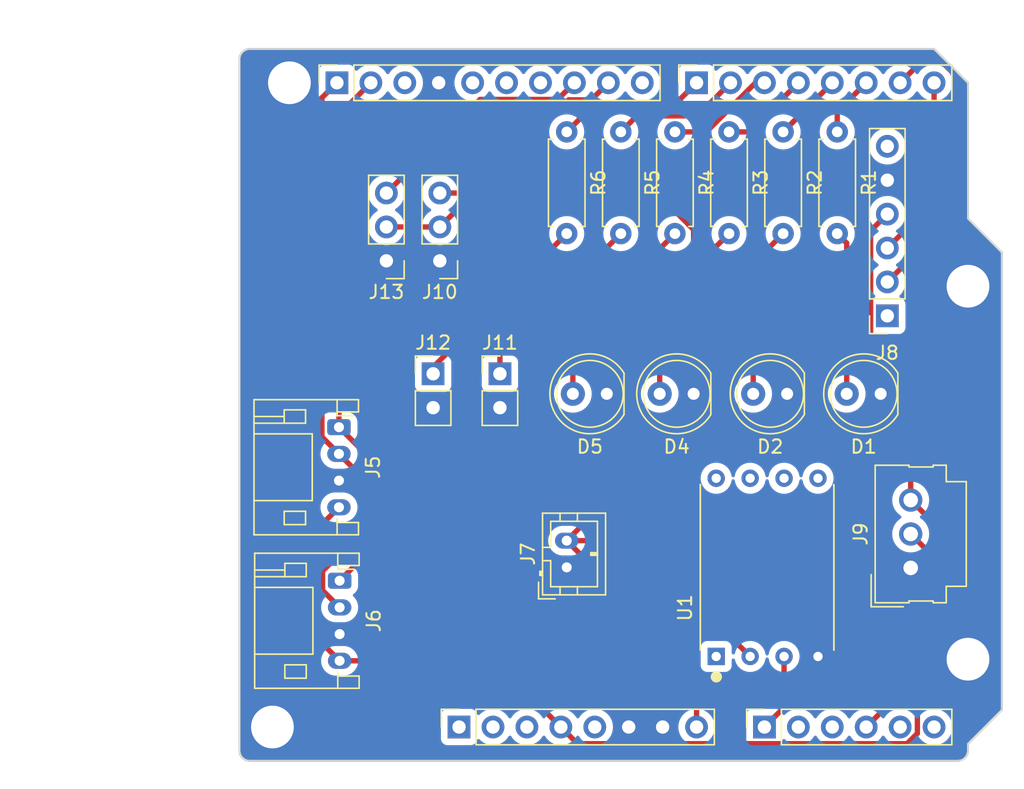
<source format=kicad_pcb>
(kicad_pcb (version 20240108) (generator "pcbnew") (generator_version "8.0")
  (title_block (date "mar. 31 mars 2015"))
  (layers (0 "F.Cu" signal) (31 "B.Cu" signal) (34 "B.Paste" user) (35 "F.Paste" user) (36 "B.SilkS" user "B.Silkscreen") (37 "F.SilkS" user "F.Silkscreen") (38 "B.Mask" user) (39 "F.Mask" user) (44 "Edge.Cuts" user))
  (net 0 "")
  (net 1 "GND")
  (net 3 "+5V")
  (net 4 "/IOREF")
  (net 5 "/A0")
  (net 6 "/A1")
  (net 7 "/A2")
  (net 8 "/A3")
  (net 9 "/SDA{slash}A4")
  (net 10 "/SCL{slash}A5")
  (net 11 "/13")
  (net 12 "/12")
  (net 13 "/AREF")
  (net 14 "/8")
  (net 15 "/7")
  (net 16 "/*11")
  (net 17 "/*10")
  (net 18 "/*9")
  (net 19 "/4")
  (net 20 "/2")
  (net 21 "/*6")
  (net 22 "/*5")
  (net 23 "/TX{slash}1")
  (net 24 "/*3")
  (net 25 "/RX{slash}0")
  (net 26 "+3V3")
  (net 27 "VCC")
  (net 28 "/~{RESET}")
  (net 29 "Net-(D1-A)")
  (net 30 "Net-(D2-A)")
  (net 31 "Net-(D4-A)")
  (net 32 "Net-(D5-A)")
  (net 35 "Net-(J11-Pin_1)")
  (net 36 "Net-(J12-Pin_1)")
  (footprint "Connector_PinSocket_2.54mm:PinSocket_1x08_P2.54mm_Vertical" (layer "F.Cu") (at 127.94 97.46 90)
    (property "Reference" "J1" (hide yes))
    (property "Value" "Power")
    (fp_line (start 1.33 -1.33) (end 1.33 0) (stroke (width 0.12)) (layer "F.SilkS"))
    (fp_line (start 0 -1.33) (end 1.33 -1.33) (stroke (width 0.12)) (layer "F.SilkS"))
    (fp_line (start 1.33 1.27) (end 1.33 19.11) (stroke (width 0.12)) (layer "F.SilkS"))
    (fp_line (start -1.33 1.27) (end 1.33 1.27) (stroke (width 0.12)) (layer "F.SilkS"))
    (fp_line (start -1.33 1.27) (end -1.33 19.11) (stroke (width 0.12)) (layer "F.SilkS"))
    (fp_line (start -1.33 19.11) (end 1.33 19.11) (stroke (width 0.12)) (layer "F.SilkS"))
    (pad "1" thru_hole rect (at 0 0 90) (size 1.7 1.7) (drill 1) (layers "*.Cu" "*.Mask"))
    (pad "2" thru_hole oval (at 0 2.54 90) (size 1.7 1.7) (drill 1) (layers "*.Cu" "*.Mask") (net 4 "/IOREF"))
    (pad "3" thru_hole oval (at 0 5.08 90) (size 1.7 1.7) (drill 1) (layers "*.Cu" "*.Mask") (net 28 "/~{RESET}"))
    (pad "4" thru_hole oval (at 0 7.62 90) (size 1.7 1.7) (drill 1) (layers "*.Cu" "*.Mask") (net 26 "+3V3"))
    (pad "5" thru_hole oval (at 0 10.16 90) (size 1.7 1.7) (drill 1) (layers "*.Cu" "*.Mask") (net 3 "+5V"))
    (pad "6" thru_hole oval (at 0 12.7 90) (size 1.7 1.7) (drill 1) (layers "*.Cu" "*.Mask") (net 1 "GND"))
    (pad "7" thru_hole oval (at 0 15.24 90) (size 1.7 1.7) (drill 1) (layers "*.Cu" "*.Mask") (net 1 "GND"))
    (pad "8" thru_hole oval (at 0 17.78 90) (size 1.7 1.7) (drill 1) (layers "*.Cu" "*.Mask") (net 27 "VCC"))
  )
  (footprint "Connector_PinSocket_2.54mm:PinSocket_1x06_P2.54mm_Vertical" (layer "F.Cu") (at 150.8 97.46 90)
    (property "Reference" "J3" (hide yes))
    (property "Value" "Analog")
    (fp_line (start 1.33 -1.33) (end 1.33 0) (stroke (width 0.12)) (layer "F.SilkS"))
    (fp_line (start 0 -1.33) (end 1.33 -1.33) (stroke (width 0.12)) (layer "F.SilkS"))
    (fp_line (start 1.33 1.27) (end 1.33 14.03) (stroke (width 0.12)) (layer "F.SilkS"))
    (fp_line (start -1.33 1.27) (end 1.33 1.27) (stroke (width 0.12)) (layer "F.SilkS"))
    (fp_line (start -1.33 1.27) (end -1.33 14.03) (stroke (width 0.12)) (layer "F.SilkS"))
    (fp_line (start -1.33 14.03) (end 1.33 14.03) (stroke (width 0.12)) (layer "F.SilkS"))
    (pad "1" thru_hole rect (at 0 0 90) (size 1.7 1.7) (drill 1) (layers "*.Cu" "*.Mask") (net 5 "/A0"))
    (pad "2" thru_hole oval (at 0 2.54 90) (size 1.7 1.7) (drill 1) (layers "*.Cu" "*.Mask") (net 6 "/A1"))
    (pad "3" thru_hole oval (at 0 5.08 90) (size 1.7 1.7) (drill 1) (layers "*.Cu" "*.Mask") (net 7 "/A2"))
    (pad "4" thru_hole oval (at 0 7.62 90) (size 1.7 1.7) (drill 1) (layers "*.Cu" "*.Mask") (net 8 "/A3"))
    (pad "5" thru_hole oval (at 0 10.16 90) (size 1.7 1.7) (drill 1) (layers "*.Cu" "*.Mask") (net 9 "/SDA{slash}A4"))
    (pad "6" thru_hole oval (at 0 12.7 90) (size 1.7 1.7) (drill 1) (layers "*.Cu" "*.Mask") (net 10 "/SCL{slash}A5"))
  )
  (footprint "Connector_PinSocket_2.54mm:PinSocket_1x10_P2.54mm_Vertical" (layer "F.Cu") (at 118.796 49.2 90)
    (property "Reference" "J2" (hide yes))
    (property "Value" "Digital/PWM")
    (fp_line (start 1.33 -1.33) (end 1.33 0) (stroke (width 0.12)) (layer "F.SilkS"))
    (fp_line (start 0 -1.33) (end 1.33 -1.33) (stroke (width 0.12)) (layer "F.SilkS"))
    (fp_line (start 1.33 1.27) (end 1.33 24.19) (stroke (width 0.12)) (layer "F.SilkS"))
    (fp_line (start -1.33 1.27) (end 1.33 1.27) (stroke (width 0.12)) (layer "F.SilkS"))
    (fp_line (start -1.33 1.27) (end -1.33 24.19) (stroke (width 0.12)) (layer "F.SilkS"))
    (fp_line (start -1.33 24.19) (end 1.33 24.19) (stroke (width 0.12)) (layer "F.SilkS"))
    (pad "1" thru_hole rect (at 0 0 90) (size 1.7 1.7) (drill 1) (layers "*.Cu" "*.Mask") (net 10 "/SCL{slash}A5"))
    (pad "2" thru_hole oval (at 0 2.54 90) (size 1.7 1.7) (drill 1) (layers "*.Cu" "*.Mask") (net 9 "/SDA{slash}A4"))
    (pad "3" thru_hole oval (at 0 5.08 90) (size 1.7 1.7) (drill 1) (layers "*.Cu" "*.Mask") (net 13 "/AREF"))
    (pad "4" thru_hole oval (at 0 7.62 90) (size 1.7 1.7) (drill 1) (layers "*.Cu" "*.Mask") (net 1 "GND"))
    (pad "5" thru_hole oval (at 0 10.16 90) (size 1.7 1.7) (drill 1) (layers "*.Cu" "*.Mask") (net 11 "/13"))
    (pad "6" thru_hole oval (at 0 12.7 90) (size 1.7 1.7) (drill 1) (layers "*.Cu" "*.Mask") (net 12 "/12"))
    (pad "7" thru_hole oval (at 0 15.24 90) (size 1.7 1.7) (drill 1) (layers "*.Cu" "*.Mask") (net 16 "/*11"))
    (pad "8" thru_hole oval (at 0 17.78 90) (size 1.7 1.7) (drill 1) (layers "*.Cu" "*.Mask") (net 17 "/*10"))
    (pad "9" thru_hole oval (at 0 20.32 90) (size 1.7 1.7) (drill 1) (layers "*.Cu" "*.Mask") (net 18 "/*9"))
    (pad "10" thru_hole oval (at 0 22.86 90) (size 1.7 1.7) (drill 1) (layers "*.Cu" "*.Mask") (net 14 "/8"))
  )
  (footprint "Connector_PinSocket_2.54mm:PinSocket_1x08_P2.54mm_Vertical" (layer "F.Cu") (at 145.72 49.2 90)
    (property "Reference" "J4" (hide yes))
    (property "Value" "Digital/PWM")
    (fp_line (start 1.33 -1.33) (end 1.33 0) (stroke (width 0.12)) (layer "F.SilkS"))
    (fp_line (start 0 -1.33) (end 1.33 -1.33) (stroke (width 0.12)) (layer "F.SilkS"))
    (fp_line (start 1.33 1.27) (end 1.33 19.11) (stroke (width 0.12)) (layer "F.SilkS"))
    (fp_line (start -1.33 1.27) (end 1.33 1.27) (stroke (width 0.12)) (layer "F.SilkS"))
    (fp_line (start -1.33 1.27) (end -1.33 19.11) (stroke (width 0.12)) (layer "F.SilkS"))
    (fp_line (start -1.33 19.11) (end 1.33 19.11) (stroke (width 0.12)) (layer "F.SilkS"))
    (pad "1" thru_hole rect (at 0 0 90) (size 1.7 1.7) (drill 1) (layers "*.Cu" "*.Mask") (net 15 "/7"))
    (pad "2" thru_hole oval (at 0 2.54 90) (size 1.7 1.7) (drill 1) (layers "*.Cu" "*.Mask") (net 21 "/*6"))
    (pad "3" thru_hole oval (at 0 5.08 90) (size 1.7 1.7) (drill 1) (layers "*.Cu" "*.Mask") (net 22 "/*5"))
    (pad "4" thru_hole oval (at 0 7.62 90) (size 1.7 1.7) (drill 1) (layers "*.Cu" "*.Mask") (net 19 "/4"))
    (pad "5" thru_hole oval (at 0 10.16 90) (size 1.7 1.7) (drill 1) (layers "*.Cu" "*.Mask") (net 24 "/*3"))
    (pad "6" thru_hole oval (at 0 12.7 90) (size 1.7 1.7) (drill 1) (layers "*.Cu" "*.Mask") (net 20 "/2"))
    (pad "7" thru_hole oval (at 0 15.24 90) (size 1.7 1.7) (drill 1) (layers "*.Cu" "*.Mask") (net 23 "/TX{slash}1"))
    (pad "8" thru_hole oval (at 0 17.78 90) (size 1.7 1.7) (drill 1) (layers "*.Cu" "*.Mask") (net 25 "/RX{slash}0"))
  )
  (footprint "Connector_PinHeader_2.54mm:PinHeader_1x03_P2.54mm_Vertical" (layer "F.Cu") (at 122.5 62.54 180)
    (property "Reference" "J13" (at 0 -2.33 180) (layer "F.SilkS"))
    (property "Value" "Conn_01x03")
    (fp_line (start 1.33 1.27) (end 1.33 6.41) (stroke (width 0.12)) (layer "F.SilkS"))
    (fp_line (start -1.33 6.41) (end 1.33 6.41) (stroke (width 0.12)) (layer "F.SilkS"))
    (fp_line (start -1.33 1.27) (end 1.33 1.27) (stroke (width 0.12)) (layer "F.SilkS"))
    (fp_line (start -1.33 1.27) (end -1.33 6.41) (stroke (width 0.12)) (layer "F.SilkS"))
    (fp_line (start -1.33 0) (end -1.33 -1.33) (stroke (width 0.12)) (layer "F.SilkS"))
    (fp_line (start -1.33 -1.33) (end 0 -1.33) (stroke (width 0.12)) (layer "F.SilkS"))
    (pad "1" thru_hole rect (at 0 0 180) (size 1.7 1.7) (drill 1) (layers "*.Cu" "*.Mask") (net 1 "GND"))
    (pad "2" thru_hole oval (at 0 2.54 180) (size 1.7 1.7) (drill 1) (layers "*.Cu" "*.Mask") (net 27 "VCC"))
    (pad "3" thru_hole oval (at 0 5.08 180) (size 1.7 1.7) (drill 1) (layers "*.Cu" "*.Mask") (net 17 "/*10"))
  )
  (footprint "LED_THT:LED_D5.0mm" (layer "F.Cu") (at 139 72.5 180)
    (property "Reference" "D5" (at 1.27 -3.96 180) (layer "F.SilkS"))
    (property "Value" "LED")
    (fp_line (start -1.29 -1.545) (end -1.29 1.545) (stroke (width 0.12)) (layer "F.SilkS"))
    (fp_arc (start 4.26 -0.000462) (mid 2.072002 2.880433) (end -1.29 1.54483) (stroke (width 0.12)) (layer "F.SilkS"))
    (fp_arc (start -1.29 -1.54483) (mid 2.072002 -2.880433) (end 4.26 0.000462) (stroke (width 0.12)) (layer "F.SilkS"))
    (fp_circle (center 1.27 0) (end 3.77 0) (stroke (width 0.12)) (fill none) (layer "F.SilkS"))
    (pad "1" thru_hole rect (at 0 0 180) (size 1.8 1.8) (drill 0.9) (layers "*.Cu" "*.Mask") (net 1 "GND"))
    (pad "2" thru_hole circle (at 2.54 0 180) (size 1.8 1.8) (drill 0.9) (layers "*.Cu" "*.Mask") (net 32 "Net-(D5-A)"))
  )
  (footprint "Resistor_THT:R_Axial_DIN0207_L6.3mm_D2.5mm_P7.62mm_Horizontal" (layer "F.Cu") (at 152.2 52.88 -90)
    (property "Reference" "R2" (at 3.81 -2.37 90) (layer "F.SilkS"))
    (property "Value" "220R")
    (fp_line (start 0.54 1.37) (end 7.08 1.37) (stroke (width 0.12)) (layer "F.SilkS"))
    (fp_line (start 7.08 1.37) (end 7.08 1.04) (stroke (width 0.12)) (layer "F.SilkS"))
    (fp_line (start 0.54 1.04) (end 0.54 1.37) (stroke (width 0.12)) (layer "F.SilkS"))
    (fp_line (start 0.54 -1.04) (end 0.54 -1.37) (stroke (width 0.12)) (layer "F.SilkS"))
    (fp_line (start 0.54 -1.37) (end 7.08 -1.37) (stroke (width 0.12)) (layer "F.SilkS"))
    (fp_line (start 7.08 -1.37) (end 7.08 -1.04) (stroke (width 0.12)) (layer "F.SilkS"))
    (pad "1" thru_hole circle (at 0 0 270) (size 1.6 1.6) (drill 0.8) (layers "*.Cu" "*.Mask") (net 24 "/*3"))
    (pad "2" thru_hole oval (at 7.62 0 270) (size 1.6 1.6) (drill 0.8) (layers "*.Cu" "*.Mask") (net 30 "Net-(D2-A)"))
  )
  (footprint "libs:XDCR_SSCDANN150PGAA5" (layer "F.Cu") (at 151 85.5 90)
    (property "Reference" "U1" (at -3.028515 -6.142105 -90) (layer "F.SilkS") (effects (font (size 1.001157 1.001157))))
    (property "Value" "SSCDANN150PGAA5")
    (fp_line (start -6.2 -5) (end 6.2 -5) (stroke (width 0.127)) (layer "F.SilkS"))
    (fp_line (start 6.2 5) (end -6.2 5) (stroke (width 0.127)) (layer "F.SilkS"))
    (fp_circle (center -8.2 -3.9) (end -8.1 -3.9) (stroke (width 0.127)) (fill none) (layer "F.SilkS"))
    (fp_circle (center -8.2 -3.8) (end -7.839447 -3.8) (stroke (width 0.127)) (fill none) (layer "F.SilkS"))
    (fp_circle (center -8.2 -3.8) (end -7.917159 -3.8) (stroke (width 0.127)) (fill none) (layer "F.SilkS"))
    (fp_circle (center -8.2 -3.8) (end -7.976394 -3.8) (stroke (width 0.127)) (fill none) (layer "F.SilkS"))
    (fp_circle (center -8.2 -3.8) (end -8.058581 -3.8) (stroke (width 0.127)) (fill none) (layer "F.SilkS"))
    (fp_circle (center -8.3 -3.8) (end -8.2 -3.8) (stroke (width 0.127)) (fill none) (layer "F.SilkS"))
    (fp_circle (center -8.2 -3.7) (end -8.1 -3.7) (stroke (width 0.127)) (fill none) (layer "F.SilkS"))
    (pad "1" thru_hole rect (at -6.675 -3.81 90) (size 1.3 1.3) (drill 0.7) (layers "*.Cu" "*.Mask"))
    (pad "2" thru_hole circle (at -6.675 -1.27 90) (size 1.3 1.3) (drill 0.7) (layers "*.Cu" "*.Mask") (net 27 "VCC"))
    (pad "3" thru_hole circle (at -6.675 1.27 90) (size 1.3 1.3) (drill 0.7) (layers "*.Cu" "*.Mask") (net 5 "/A0"))
    (pad "4" thru_hole circle (at -6.675 3.81 90) (size 1.3 1.3) (drill 0.7) (layers "*.Cu" "*.Mask") (net 1 "GND"))
    (pad "5" thru_hole circle (at 6.675 3.81 90) (size 1.3 1.3) (drill 0.7) (layers "*.Cu" "*.Mask"))
    (pad "6" thru_hole circle (at 6.675 1.27 90) (size 1.3 1.3) (drill 0.7) (layers "*.Cu" "*.Mask"))
    (pad "7" thru_hole circle (at 6.675 -1.27 90) (size 1.3 1.3) (drill 0.7) (layers "*.Cu" "*.Mask"))
    (pad "8" thru_hole circle (at 6.675 -3.81 90) (size 1.3 1.3) (drill 0.7) (layers "*.Cu" "*.Mask"))
  )
  (footprint "Resistor_THT:R_Axial_DIN0207_L6.3mm_D2.5mm_P7.62mm_Horizontal" (layer "F.Cu") (at 148.15 52.88 -90)
    (property "Reference" "R3" (at 3.81 -2.37 90) (layer "F.SilkS"))
    (property "Value" "220R")
    (fp_line (start 0.54 1.37) (end 7.08 1.37) (stroke (width 0.12)) (layer "F.SilkS"))
    (fp_line (start 7.08 1.37) (end 7.08 1.04) (stroke (width 0.12)) (layer "F.SilkS"))
    (fp_line (start 0.54 1.04) (end 0.54 1.37) (stroke (width 0.12)) (layer "F.SilkS"))
    (fp_line (start 0.54 -1.04) (end 0.54 -1.37) (stroke (width 0.12)) (layer "F.SilkS"))
    (fp_line (start 0.54 -1.37) (end 7.08 -1.37) (stroke (width 0.12)) (layer "F.SilkS"))
    (fp_line (start 7.08 -1.37) (end 7.08 -1.04) (stroke (width 0.12)) (layer "F.SilkS"))
    (pad "1" thru_hole circle (at 0 0 270) (size 1.6 1.6) (drill 0.8) (layers "*.Cu" "*.Mask") (net 19 "/4"))
    (pad "2" thru_hole oval (at 7.62 0 270) (size 1.6 1.6) (drill 0.8) (layers "*.Cu" "*.Mask") (net 31 "Net-(D4-A)"))
  )
  (footprint "Connector_PinHeader_2.54mm:PinHeader_1x03_P2.54mm_Vertical" (layer "F.Cu") (at 126.5 62.54 180)
    (property "Reference" "J10" (at 0 -2.33 180) (layer "F.SilkS"))
    (property "Value" "Conn_01x03")
    (fp_line (start 1.33 1.27) (end 1.33 6.41) (stroke (width 0.12)) (layer "F.SilkS"))
    (fp_line (start -1.33 6.41) (end 1.33 6.41) (stroke (width 0.12)) (layer "F.SilkS"))
    (fp_line (start -1.33 1.27) (end 1.33 1.27) (stroke (width 0.12)) (layer "F.SilkS"))
    (fp_line (start -1.33 1.27) (end -1.33 6.41) (stroke (width 0.12)) (layer "F.SilkS"))
    (fp_line (start -1.33 0) (end -1.33 -1.33) (stroke (width 0.12)) (layer "F.SilkS"))
    (fp_line (start -1.33 -1.33) (end 0 -1.33) (stroke (width 0.12)) (layer "F.SilkS"))
    (pad "1" thru_hole rect (at 0 0 180) (size 1.7 1.7) (drill 1) (layers "*.Cu" "*.Mask") (net 1 "GND"))
    (pad "2" thru_hole oval (at 0 2.54 180) (size 1.7 1.7) (drill 1) (layers "*.Cu" "*.Mask") (net 27 "VCC"))
    (pad "3" thru_hole oval (at 0 5.08 180) (size 1.7 1.7) (drill 1) (layers "*.Cu" "*.Mask") (net 18 "/*9"))
  )
  (footprint "LED_THT:LED_D5.0mm" (layer "F.Cu") (at 145.5 72.5 180)
    (property "Reference" "D4" (at 1.27 -3.96 180) (layer "F.SilkS"))
    (property "Value" "LED")
    (fp_line (start -1.29 -1.545) (end -1.29 1.545) (stroke (width 0.12)) (layer "F.SilkS"))
    (fp_arc (start 4.26 -0.000462) (mid 2.072002 2.880433) (end -1.29 1.54483) (stroke (width 0.12)) (layer "F.SilkS"))
    (fp_arc (start -1.29 -1.54483) (mid 2.072002 -2.880433) (end 4.26 0.000462) (stroke (width 0.12)) (layer "F.SilkS"))
    (fp_circle (center 1.27 0) (end 3.77 0) (stroke (width 0.12)) (fill none) (layer "F.SilkS"))
    (pad "1" thru_hole rect (at 0 0 180) (size 1.8 1.8) (drill 0.9) (layers "*.Cu" "*.Mask") (net 1 "GND"))
    (pad "2" thru_hole circle (at 2.54 0 180) (size 1.8 1.8) (drill 0.9) (layers "*.Cu" "*.Mask") (net 31 "Net-(D4-A)"))
  )
  (footprint "LED_THT:LED_D5.0mm" (layer "F.Cu") (at 159.5 72.5 180)
    (property "Reference" "D1" (at 1.27 -3.96 180) (layer "F.SilkS"))
    (property "Value" "LED")
    (fp_line (start -1.29 -1.545) (end -1.29 1.545) (stroke (width 0.12)) (layer "F.SilkS"))
    (fp_arc (start 4.26 -0.000462) (mid 2.072002 2.880433) (end -1.29 1.54483) (stroke (width 0.12)) (layer "F.SilkS"))
    (fp_arc (start -1.29 -1.54483) (mid 2.072002 -2.880433) (end 4.26 0.000462) (stroke (width 0.12)) (layer "F.SilkS"))
    (fp_circle (center 1.27 0) (end 3.77 0) (stroke (width 0.12)) (fill none) (layer "F.SilkS"))
    (pad "1" thru_hole rect (at 0 0 180) (size 1.8 1.8) (drill 0.9) (layers "*.Cu" "*.Mask") (net 1 "GND"))
    (pad "2" thru_hole circle (at 2.54 0 180) (size 1.8 1.8) (drill 0.9) (layers "*.Cu" "*.Mask") (net 29 "Net-(D1-A)"))
  )
  (footprint "LED_THT:LED_D5.0mm" (layer "F.Cu") (at 152.5 72.5 180)
    (property "Reference" "D2" (at 1.27 -3.96 180) (layer "F.SilkS"))
    (property "Value" "LED")
    (fp_line (start -1.29 -1.545) (end -1.29 1.545) (stroke (width 0.12)) (layer "F.SilkS"))
    (fp_arc (start 4.26 -0.000462) (mid 2.072002 2.880433) (end -1.29 1.54483) (stroke (width 0.12)) (layer "F.SilkS"))
    (fp_arc (start -1.29 -1.54483) (mid 2.072002 -2.880433) (end 4.26 0.000462) (stroke (width 0.12)) (layer "F.SilkS"))
    (fp_circle (center 1.27 0) (end 3.77 0) (stroke (width 0.12)) (fill none) (layer "F.SilkS"))
    (pad "1" thru_hole rect (at 0 0 180) (size 1.8 1.8) (drill 0.9) (layers "*.Cu" "*.Mask") (net 1 "GND"))
    (pad "2" thru_hole circle (at 2.54 0 180) (size 1.8 1.8) (drill 0.9) (layers "*.Cu" "*.Mask") (net 30 "Net-(D2-A)"))
  )
  (footprint "Connector_PinSocket_2.54mm:PinSocket_1x06_P2.54mm_Vertical" (layer "F.Cu") (at 160 66.66 180)
    (property "Reference" "J8" (at 0 -2.77 180) (layer "F.SilkS"))
    (property "Value" "Conn_01x06")
    (fp_line (start 1.33 1.27) (end 1.33 14.03) (stroke (width 0.12)) (layer "F.SilkS"))
    (fp_line (start 1.33 -1.33) (end 1.33 0) (stroke (width 0.12)) (layer "F.SilkS"))
    (fp_line (start 0 -1.33) (end 1.33 -1.33) (stroke (width 0.12)) (layer "F.SilkS"))
    (fp_line (start -1.33 14.03) (end 1.33 14.03) (stroke (width 0.12)) (layer "F.SilkS"))
    (fp_line (start -1.33 1.27) (end 1.33 1.27) (stroke (width 0.12)) (layer "F.SilkS"))
    (fp_line (start -1.33 1.27) (end -1.33 14.03) (stroke (width 0.12)) (layer "F.SilkS"))
    (pad "1" thru_hole rect (at 0 0 180) (size 1.7 1.7) (drill 1) (layers "*.Cu" "*.Mask"))
    (pad "2" thru_hole oval (at 0 2.54 180) (size 1.7 1.7) (drill 1) (layers "*.Cu" "*.Mask") (net 23 "/TX{slash}1"))
    (pad "3" thru_hole oval (at 0 5.08 180) (size 1.7 1.7) (drill 1) (layers "*.Cu" "*.Mask") (net 25 "/RX{slash}0"))
    (pad "4" thru_hole oval (at 0 7.62 180) (size 1.7 1.7) (drill 1) (layers "*.Cu" "*.Mask") (net 26 "+3V3"))
    (pad "5" thru_hole oval (at 0 10.16 180) (size 1.7 1.7) (drill 1) (layers "*.Cu" "*.Mask") (net 1 "GND"))
    (pad "6" thru_hole oval (at 0 12.7 180) (size 1.7 1.7) (drill 1) (layers "*.Cu" "*.Mask"))
  )
  (footprint "Arduino_MountingHole:MountingHole_3.2mm" (layer "F.Cu") (at 115.24 49.2)
    (property "Reference" "MH1" (hide yes))
    (property "Value" "MountingHole_3.2mm" (hide yes))
    (pad "" np_thru_hole circle (at 0 0) (size 3.2 3.2) (drill 3.2) (layers "*.Cu" "*.Mask"))
  )
  (footprint "Connector_JST:JST_PH_S4B-PH-K_1x04_P2.00mm_Horizontal" (layer "F.Cu") (at 119 86.5 -90)
    (property "Reference" "J6" (at 3 -2.55 90) (layer "F.SilkS"))
    (property "Value" "Conn_01x04")
    (fp_line (start -2.06 6.36) (end 8.06 6.36) (stroke (width 0.12)) (layer "F.SilkS"))
    (fp_line (start 0.5 6.36) (end 0.5 2) (stroke (width 0.12)) (layer "F.SilkS"))
    (fp_line (start 8.06 6.36) (end 8.06 -1.46) (stroke (width 0.12)) (layer "F.SilkS"))
    (fp_line (start -1.3 4.1) (end -0.3 4.1) (stroke (width 0.12)) (layer "F.SilkS"))
    (fp_line (start -0.8 4.1) (end -0.8 6.36) (stroke (width 0.12)) (layer "F.SilkS"))
    (fp_line (start -0.3 4.1) (end -0.3 6.36) (stroke (width 0.12)) (layer "F.SilkS"))
    (fp_line (start -0.3 4.1) (end -0.3 2.5) (stroke (width 0.12)) (layer "F.SilkS"))
    (fp_line (start 6.3 4.1) (end 6.3 2.5) (stroke (width 0.12)) (layer "F.SilkS"))
    (fp_line (start 7.3 4.1) (end 6.3 4.1) (stroke (width 0.12)) (layer "F.SilkS"))
    (fp_line (start -1.3 2.5) (end -1.3 4.1) (stroke (width 0.12)) (layer "F.SilkS"))
    (fp_line (start -0.3 2.5) (end -1.3 2.5) (stroke (width 0.12)) (layer "F.SilkS"))
    (fp_line (start 6.3 2.5) (end 7.3 2.5) (stroke (width 0.12)) (layer "F.SilkS"))
    (fp_line (start 7.3 2.5) (end 7.3 4.1) (stroke (width 0.12)) (layer "F.SilkS"))
    (fp_line (start 0.5 2) (end 5.5 2) (stroke (width 0.12)) (layer "F.SilkS"))
    (fp_line (start 5.5 2) (end 5.5 6.36) (stroke (width 0.12)) (layer "F.SilkS"))
    (fp_line (start -2.06 0.14) (end -1.14 0.14) (stroke (width 0.12)) (layer "F.SilkS"))
    (fp_line (start -1.14 0.14) (end -1.14 -1.46) (stroke (width 0.12)) (layer "F.SilkS"))
    (fp_line (start -0.86 0.14) (end -1.14 0.14) (stroke (width 0.12)) (layer "F.SilkS"))
    (fp_line (start -0.86 0.14) (end -0.86 -1.075) (stroke (width 0.12)) (layer "F.SilkS"))
    (fp_line (start 7.14 0.14) (end 6.86 0.14) (stroke (width 0.12)) (layer "F.SilkS"))
    (fp_line (start 8.06 0.14) (end 7.14 0.14) (stroke (width 0.12)) (layer "F.SilkS"))
    (fp_line (start -2.06 -1.46) (end -2.06 6.36) (stroke (width 0.12)) (layer "F.SilkS"))
    (fp_line (start -1.14 -1.46) (end -2.06 -1.46) (stroke (width 0.12)) (layer "F.SilkS"))
    (fp_line (start 7.14 -1.46) (end 7.14 0.14) (stroke (width 0.12)) (layer "F.SilkS"))
    (fp_line (start 8.06 -1.46) (end 7.14 -1.46) (stroke (width 0.12)) (layer "F.SilkS"))
    (pad "1" thru_hole roundrect (at 0 0 270) (size 1.2 1.75) (drill 0.75) (layers "*.Cu" "*.Mask") (roundrect_rratio 0.2083333333) (net 9 "/SDA{slash}A4"))
    (pad "2" thru_hole oval (at 2 0 270) (size 1.2 1.75) (drill 0.75) (layers "*.Cu" "*.Mask") (net 10 "/SCL{slash}A5"))
    (pad "3" thru_hole oval (at 4 0 270) (size 1.2 1.75) (drill 0.75) (layers "*.Cu" "*.Mask") (net 1 "GND"))
    (pad "4" thru_hole oval (at 6 0 270) (size 1.2 1.75) (drill 0.75) (layers "*.Cu" "*.Mask") (net 26 "+3V3"))
  )
  (footprint "Resistor_THT:R_Axial_DIN0207_L6.3mm_D2.5mm_P7.62mm_Horizontal" (layer "F.Cu") (at 144.1 52.88 -90)
    (property "Reference" "R4" (at 3.81 -2.37 90) (layer "F.SilkS"))
    (property "Value" "220R")
    (fp_line (start 0.54 1.37) (end 7.08 1.37) (stroke (width 0.12)) (layer "F.SilkS"))
    (fp_line (start 7.08 1.37) (end 7.08 1.04) (stroke (width 0.12)) (layer "F.SilkS"))
    (fp_line (start 0.54 1.04) (end 0.54 1.37) (stroke (width 0.12)) (layer "F.SilkS"))
    (fp_line (start 0.54 -1.04) (end 0.54 -1.37) (stroke (width 0.12)) (layer "F.SilkS"))
    (fp_line (start 0.54 -1.37) (end 7.08 -1.37) (stroke (width 0.12)) (layer "F.SilkS"))
    (fp_line (start 7.08 -1.37) (end 7.08 -1.04) (stroke (width 0.12)) (layer "F.SilkS"))
    (pad "1" thru_hole circle (at 0 0 270) (size 1.6 1.6) (drill 0.8) (layers "*.Cu" "*.Mask") (net 22 "/*5"))
    (pad "2" thru_hole oval (at 7.62 0 270) (size 1.6 1.6) (drill 0.8) (layers "*.Cu" "*.Mask") (net 32 "Net-(D5-A)"))
  )
  (footprint "Connector_PinHeader_2.54mm:PinHeader_1x02_P2.54mm_Vertical" (layer "F.Cu") (at 126 71)
    (property "Reference" "J12" (at 0 -2.33 0) (layer "F.SilkS"))
    (property "Value" "Conn_01x02")
    (fp_line (start -1.33 -1.33) (end 0 -1.33) (stroke (width 0.12)) (layer "F.SilkS"))
    (fp_line (start -1.33 0) (end -1.33 -1.33) (stroke (width 0.12)) (layer "F.SilkS"))
    (fp_line (start -1.33 1.27) (end -1.33 3.87) (stroke (width 0.12)) (layer "F.SilkS"))
    (fp_line (start -1.33 1.27) (end 1.33 1.27) (stroke (width 0.12)) (layer "F.SilkS"))
    (fp_line (start -1.33 3.87) (end 1.33 3.87) (stroke (width 0.12)) (layer "F.SilkS"))
    (fp_line (start 1.33 1.27) (end 1.33 3.87) (stroke (width 0.12)) (layer "F.SilkS"))
    (pad "1" thru_hole rect (at 0 0) (size 1.7 1.7) (drill 1) (layers "*.Cu" "*.Mask") (net 36 "Net-(J12-Pin_1)"))
    (pad "2" thru_hole oval (at 0 2.54) (size 1.7 1.7) (drill 1) (layers "*.Cu" "*.Mask") (net 1 "GND"))
  )
  (footprint "Resistor_THT:R_Axial_DIN0207_L6.3mm_D2.5mm_P7.62mm_Horizontal" (layer "F.Cu") (at 140.05 52.88 -90)
    (property "Reference" "R5" (at 3.81 -2.37 90) (layer "F.SilkS"))
    (property "Value" "220R")
    (fp_line (start 0.54 1.37) (end 7.08 1.37) (stroke (width 0.12)) (layer "F.SilkS"))
    (fp_line (start 7.08 1.37) (end 7.08 1.04) (stroke (width 0.12)) (layer "F.SilkS"))
    (fp_line (start 0.54 1.04) (end 0.54 1.37) (stroke (width 0.12)) (layer "F.SilkS"))
    (fp_line (start 0.54 -1.04) (end 0.54 -1.37) (stroke (width 0.12)) (layer "F.SilkS"))
    (fp_line (start 0.54 -1.37) (end 7.08 -1.37) (stroke (width 0.12)) (layer "F.SilkS"))
    (fp_line (start 7.08 -1.37) (end 7.08 -1.04) (stroke (width 0.12)) (layer "F.SilkS"))
    (pad "1" thru_hole circle (at 0 0 270) (size 1.6 1.6) (drill 0.8) (layers "*.Cu" "*.Mask") (net 21 "/*6"))
    (pad "2" thru_hole oval (at 7.62 0 270) (size 1.6 1.6) (drill 0.8) (layers "*.Cu" "*.Mask") (net 35 "Net-(J11-Pin_1)"))
  )
  (footprint "Connector_JST:JST_PH_B2B-PH-K_1x02_P2.00mm_Vertical" (layer "F.Cu") (at 136 85.5 90)
    (property "Reference" "J7" (at 1 -2.9 270) (layer "F.SilkS"))
    (property "Value" "Conn_01x02")
    (fp_line (start -1.11 -2.11) (end -2.36 -2.11) (stroke (width 0.12)) (layer "F.SilkS"))
    (fp_line (start -2.36 -2.11) (end -2.36 -0.86) (stroke (width 0.12)) (layer "F.SilkS"))
    (fp_line (start -0.3 -2.01) (end -0.6 -2.01) (stroke (width 0.12)) (layer "F.SilkS"))
    (fp_line (start -0.6 -2.01) (end -0.6 -1.81) (stroke (width 0.12)) (layer "F.SilkS"))
    (fp_line (start -0.3 -1.91) (end -0.6 -1.91) (stroke (width 0.12)) (layer "F.SilkS"))
    (fp_line (start 4.06 -1.81) (end -2.06 -1.81) (stroke (width 0.12)) (layer "F.SilkS"))
    (fp_line (start 0.5 -1.81) (end 0.5 -1.2) (stroke (width 0.12)) (layer "F.SilkS"))
    (fp_line (start -0.3 -1.81) (end -0.3 -2.01) (stroke (width 0.12)) (layer "F.SilkS"))
    (fp_line (start -2.06 -1.81) (end -2.06 2.91) (stroke (width 0.12)) (layer "F.SilkS"))
    (fp_line (start 3.45 -1.2) (end 1.5 -1.2) (stroke (width 0.12)) (layer "F.SilkS"))
    (fp_line (start 1.5 -1.2) (end 1.5 -1.81) (stroke (width 0.12)) (layer "F.SilkS"))
    (fp_line (start 0.5 -1.2) (end -1.45 -1.2) (stroke (width 0.12)) (layer "F.SilkS"))
    (fp_line (start -1.45 -1.2) (end -1.45 2.3) (stroke (width 0.12)) (layer "F.SilkS"))
    (fp_line (start 4.06 -0.5) (end 3.45 -0.5) (stroke (width 0.12)) (layer "F.SilkS"))
    (fp_line (start -2.06 -0.5) (end -1.45 -0.5) (stroke (width 0.12)) (layer "F.SilkS"))
    (fp_line (start 4.06 0.8) (end 3.45 0.8) (stroke (width 0.12)) (layer "F.SilkS"))
    (fp_line (start -2.06 0.8) (end -1.45 0.8) (stroke (width 0.12)) (layer "F.SilkS"))
    (fp_line (start 1.1 1.8) (end 1.1 2.3) (stroke (width 0.12)) (layer "F.SilkS"))
    (fp_line (start 0.9 1.8) (end 1.1 1.8) (stroke (width 0.12)) (layer "F.SilkS"))
    (fp_line (start 3.45 2.3) (end 3.45 -1.2) (stroke (width 0.12)) (layer "F.SilkS"))
    (fp_line (start 1 2.3) (end 1 1.8) (stroke (width 0.12)) (layer "F.SilkS"))
    (fp_line (start 0.9 2.3) (end 0.9 1.8) (stroke (width 0.12)) (layer "F.SilkS"))
    (fp_line (start -1.45 2.3) (end 3.45 2.3) (stroke (width 0.12)) (layer "F.SilkS"))
    (fp_line (start 4.06 2.91) (end 4.06 -1.81) (stroke (width 0.12)) (layer "F.SilkS"))
    (fp_line (start -2.06 2.91) (end 4.06 2.91) (stroke (width 0.12)) (layer "F.SilkS"))
    (pad "1" thru_hole roundrect (at 0 0 90) (size 1.2 1.75) (drill 0.75) (layers "*.Cu" "*.Mask") (roundrect_rratio 0.2083333333) (net 1 "GND"))
    (pad "2" thru_hole oval (at 2 0 90) (size 1.2 1.75) (drill 0.75) (layers "*.Cu" "*.Mask") (net 27 "VCC"))
  )
  (footprint "Connector_JST:JST_PH_S4B-PH-K_1x04_P2.00mm_Horizontal" (layer "F.Cu") (at 118.95 75 -90)
    (property "Reference" "J5" (at 3 -2.55 90) (layer "F.SilkS"))
    (property "Value" "Conn_01x04")
    (fp_line (start -2.06 6.36) (end 8.06 6.36) (stroke (width 0.12)) (layer "F.SilkS"))
    (fp_line (start 0.5 6.36) (end 0.5 2) (stroke (width 0.12)) (layer "F.SilkS"))
    (fp_line (start 8.06 6.36) (end 8.06 -1.46) (stroke (width 0.12)) (layer "F.SilkS"))
    (fp_line (start -1.3 4.1) (end -0.3 4.1) (stroke (width 0.12)) (layer "F.SilkS"))
    (fp_line (start -0.8 4.1) (end -0.8 6.36) (stroke (width 0.12)) (layer "F.SilkS"))
    (fp_line (start -0.3 4.1) (end -0.3 6.36) (stroke (width 0.12)) (layer "F.SilkS"))
    (fp_line (start -0.3 4.1) (end -0.3 2.5) (stroke (width 0.12)) (layer "F.SilkS"))
    (fp_line (start 6.3 4.1) (end 6.3 2.5) (stroke (width 0.12)) (layer "F.SilkS"))
    (fp_line (start 7.3 4.1) (end 6.3 4.1) (stroke (width 0.12)) (layer "F.SilkS"))
    (fp_line (start -1.3 2.5) (end -1.3 4.1) (stroke (width 0.12)) (layer "F.SilkS"))
    (fp_line (start -0.3 2.5) (end -1.3 2.5) (stroke (width 0.12)) (layer "F.SilkS"))
    (fp_line (start 6.3 2.5) (end 7.3 2.5) (stroke (width 0.12)) (layer "F.SilkS"))
    (fp_line (start 7.3 2.5) (end 7.3 4.1) (stroke (width 0.12)) (layer "F.SilkS"))
    (fp_line (start 0.5 2) (end 5.5 2) (stroke (width 0.12)) (layer "F.SilkS"))
    (fp_line (start 5.5 2) (end 5.5 6.36) (stroke (width 0.12)) (layer "F.SilkS"))
    (fp_line (start -2.06 0.14) (end -1.14 0.14) (stroke (width 0.12)) (layer "F.SilkS"))
    (fp_line (start -1.14 0.14) (end -1.14 -1.46) (stroke (width 0.12)) (layer "F.SilkS"))
    (fp_line (start -0.86 0.14) (end -1.14 0.14) (stroke (width 0.12)) (layer "F.SilkS"))
    (fp_line (start -0.86 0.14) (end -0.86 -1.075) (stroke (width 0.12)) (layer "F.SilkS"))
    (fp_line (start 7.14 0.14) (end 6.86 0.14) (stroke (width 0.12)) (layer "F.SilkS"))
    (fp_line (start 8.06 0.14) (end 7.14 0.14) (stroke (width 0.12)) (layer "F.SilkS"))
    (fp_line (start -2.06 -1.46) (end -2.06 6.36) (stroke (width 0.12)) (layer "F.SilkS"))
    (fp_line (start -1.14 -1.46) (end -2.06 -1.46) (stroke (width 0.12)) (layer "F.SilkS"))
    (fp_line (start 7.14 -1.46) (end 7.14 0.14) (stroke (width 0.12)) (layer "F.SilkS"))
    (fp_line (start 8.06 -1.46) (end 7.14 -1.46) (stroke (width 0.12)) (layer "F.SilkS"))
    (pad "1" thru_hole roundrect (at 0 0 270) (size 1.2 1.75) (drill 0.75) (layers "*.Cu" "*.Mask") (roundrect_rratio 0.2083333333) (net 9 "/SDA{slash}A4"))
    (pad "2" thru_hole oval (at 2 0 270) (size 1.2 1.75) (drill 0.75) (layers "*.Cu" "*.Mask") (net 10 "/SCL{slash}A5"))
    (pad "3" thru_hole oval (at 4 0 270) (size 1.2 1.75) (drill 0.75) (layers "*.Cu" "*.Mask") (net 1 "GND"))
    (pad "4" thru_hole oval (at 6 0 270) (size 1.2 1.75) (drill 0.75) (layers "*.Cu" "*.Mask") (net 26 "+3V3"))
  )
  (footprint "Connector_PinHeader_2.54mm:PinHeader_1x02_P2.54mm_Vertical" (layer "F.Cu") (at 131 71)
    (property "Reference" "J11" (at 0 -2.33 0) (layer "F.SilkS"))
    (property "Value" "Conn_01x02")
    (fp_line (start -1.33 -1.33) (end 0 -1.33) (stroke (width 0.12)) (layer "F.SilkS"))
    (fp_line (start -1.33 0) (end -1.33 -1.33) (stroke (width 0.12)) (layer "F.SilkS"))
    (fp_line (start -1.33 1.27) (end -1.33 3.87) (stroke (width 0.12)) (layer "F.SilkS"))
    (fp_line (start -1.33 1.27) (end 1.33 1.27) (stroke (width 0.12)) (layer "F.SilkS"))
    (fp_line (start -1.33 3.87) (end 1.33 3.87) (stroke (width 0.12)) (layer "F.SilkS"))
    (fp_line (start 1.33 1.27) (end 1.33 3.87) (stroke (width 0.12)) (layer "F.SilkS"))
    (pad "1" thru_hole rect (at 0 0) (size 1.7 1.7) (drill 1) (layers "*.Cu" "*.Mask") (net 35 "Net-(J11-Pin_1)"))
    (pad "2" thru_hole oval (at 0 2.54) (size 1.7 1.7) (drill 1) (layers "*.Cu" "*.Mask") (net 1 "GND"))
  )
  (footprint "Resistor_THT:R_Axial_DIN0207_L6.3mm_D2.5mm_P7.62mm_Horizontal" (layer "F.Cu") (at 156.25 52.88 -90)
    (property "Reference" "R1" (at 3.81 -2.37 90) (layer "F.SilkS"))
    (property "Value" "220R")
    (fp_line (start 0.54 1.37) (end 7.08 1.37) (stroke (width 0.12)) (layer "F.SilkS"))
    (fp_line (start 7.08 1.37) (end 7.08 1.04) (stroke (width 0.12)) (layer "F.SilkS"))
    (fp_line (start 0.54 1.04) (end 0.54 1.37) (stroke (width 0.12)) (layer "F.SilkS"))
    (fp_line (start 0.54 -1.04) (end 0.54 -1.37) (stroke (width 0.12)) (layer "F.SilkS"))
    (fp_line (start 0.54 -1.37) (end 7.08 -1.37) (stroke (width 0.12)) (layer "F.SilkS"))
    (fp_line (start 7.08 -1.37) (end 7.08 -1.04) (stroke (width 0.12)) (layer "F.SilkS"))
    (pad "1" thru_hole circle (at 0 0 270) (size 1.6 1.6) (drill 0.8) (layers "*.Cu" "*.Mask") (net 20 "/2"))
    (pad "2" thru_hole oval (at 7.62 0 270) (size 1.6 1.6) (drill 0.8) (layers "*.Cu" "*.Mask") (net 29 "Net-(D1-A)"))
  )
  (footprint "Arduino_MountingHole:MountingHole_3.2mm" (layer "F.Cu") (at 113.97 97.46)
    (property "Reference" "MH2" (hide yes))
    (property "Value" "MountingHole_3.2mm" (hide yes))
    (pad "" np_thru_hole circle (at 0 0) (size 3.2 3.2) (drill 3.2) (layers "*.Cu" "*.Mask"))
  )
  (footprint "Connector_Molex:Molex_SL_171971-0003_1x03_P2.54mm_Vertical" (layer "F.Cu") (at 161.75 85.54 90)
    (property "Reference" "J9" (at 2.54 -3.75 -90) (layer "F.SilkS"))
    (property "Value" "Conn_01x03")
    (fp_line (start -2.91 -2.96) (end -0.5 -2.96) (stroke (width 0.12)) (layer "F.SilkS"))
    (fp_line (start 7.69 -2.66) (end -2.61 -2.66) (stroke (width 0.12)) (layer "F.SilkS"))
    (fp_line (start -2.61 -2.66) (end -2.61 -0.13) (stroke (width 0.12)) (layer "F.SilkS"))
    (fp_line (start -2.91 -0.55) (end -2.91 -2.96) (stroke (width 0.12)) (layer "F.SilkS"))
    (fp_line (start 7.69 -0.13) (end 7.69 -2.66) (stroke (width 0.12)) (layer "F.SilkS"))
    (fp_line (start 7.56 -0.13) (end 7.69 -0.13) (stroke (width 0.12)) (layer "F.SilkS"))
    (fp_line (start -2.48 -0.13) (end -2.48 1.68) (stroke (width 0.12)) (layer "F.SilkS"))
    (fp_line (start -2.61 -0.13) (end -2.48 -0.13) (stroke (width 0.12)) (layer "F.SilkS"))
    (fp_line (start 7.69 1.68) (end 7.56 1.68) (stroke (width 0.12)) (layer "F.SilkS"))
    (fp_line (start 7.56 1.68) (end 7.56 -0.13) (stroke (width 0.12)) (layer "F.SilkS"))
    (fp_line (start -2.48 1.68) (end -2.61 1.68) (stroke (width 0.12)) (layer "F.SilkS"))
    (fp_line (start -2.61 1.68) (end -2.61 2.66) (stroke (width 0.12)) (layer "F.SilkS"))
    (fp_line (start 7.69 2.66) (end 7.69 1.68) (stroke (width 0.12)) (layer "F.SilkS"))
    (fp_line (start 6.46 2.66) (end 7.69 2.66) (stroke (width 0.12)) (layer "F.SilkS"))
    (fp_line (start -1.38 2.66) (end -1.38 4.16) (stroke (width 0.12)) (layer "F.SilkS"))
    (fp_line (start -2.61 2.66) (end -1.38 2.66) (stroke (width 0.12)) (layer "F.SilkS"))
    (fp_line (start 6.46 4.16) (end 6.46 2.66) (stroke (width 0.12)) (layer "F.SilkS"))
    (fp_line (start -1.38 4.16) (end 6.46 4.16) (stroke (width 0.12)) (layer "F.SilkS"))
    (pad "1" thru_hole roundrect (at 0 0 90) (size 1.74 1.74) (drill 1.09) (layers "*.Cu" "*.Mask") (roundrect_rratio 0.1436781609) (net 1 "GND"))
    (pad "2" thru_hole circle (at 2.54 0 90) (size 1.74 1.74) (drill 1.09) (layers "*.Cu" "*.Mask") (net 8 "/A3"))
    (pad "3" thru_hole circle (at 5.08 0 90) (size 1.74 1.74) (drill 1.09) (layers "*.Cu" "*.Mask") (net 26 "+3V3"))
  )
  (footprint "Arduino_MountingHole:MountingHole_3.2mm" (layer "F.Cu") (at 166.04 64.44)
    (property "Reference" "MH3" (hide yes))
    (property "Value" "MountingHole_3.2mm" (hide yes))
    (pad "" np_thru_hole circle (at 0 0) (size 3.2 3.2) (drill 3.2) (layers "*.Cu" "*.Mask"))
  )
  (footprint "Resistor_THT:R_Axial_DIN0207_L6.3mm_D2.5mm_P7.62mm_Horizontal" (layer "F.Cu") (at 136 52.88 -90)
    (property "Reference" "R6" (at 3.81 -2.37 90) (layer "F.SilkS"))
    (property "Value" "220R")
    (fp_line (start 0.54 1.37) (end 7.08 1.37) (stroke (width 0.12)) (layer "F.SilkS"))
    (fp_line (start 7.08 1.37) (end 7.08 1.04) (stroke (width 0.12)) (layer "F.SilkS"))
    (fp_line (start 0.54 1.04) (end 0.54 1.37) (stroke (width 0.12)) (layer "F.SilkS"))
    (fp_line (start 0.54 -1.04) (end 0.54 -1.37) (stroke (width 0.12)) (layer "F.SilkS"))
    (fp_line (start 0.54 -1.37) (end 7.08 -1.37) (stroke (width 0.12)) (layer "F.SilkS"))
    (fp_line (start 7.08 -1.37) (end 7.08 -1.04) (stroke (width 0.12)) (layer "F.SilkS"))
    (pad "1" thru_hole circle (at 0 0 270) (size 1.6 1.6) (drill 0.8) (layers "*.Cu" "*.Mask") (net 15 "/7"))
    (pad "2" thru_hole oval (at 7.62 0 270) (size 1.6 1.6) (drill 0.8) (layers "*.Cu" "*.Mask") (net 36 "Net-(J12-Pin_1)"))
  )
  (footprint "Arduino_MountingHole:MountingHole_3.2mm" (layer "F.Cu") (at 166.04 92.38)
    (property "Reference" "MH4" (hide yes))
    (property "Value" "MountingHole_3.2mm" (hide yes))
    (pad "" np_thru_hole circle (at 0 0) (size 3.2 3.2) (drill 3.2) (layers "*.Cu" "*.Mask"))
  )
  (gr_line (start 166.04 59.36) (end 168.58 61.9) (stroke (width 0.15)) (layer "Edge.Cuts"))
  (gr_line (start 111.5 99.238) (end 111.5 47.422) (stroke (width 0.15)) (layer "Edge.Cuts"))
  (gr_line (start 168.58 61.9) (end 168.58 96.19) (stroke (width 0.15)) (layer "Edge.Cuts"))
  (gr_line (start 165.278 100) (end 112.262 100) (stroke (width 0.15)) (layer "Edge.Cuts"))
  (gr_line (start 112.262 46.66) (end 163.5 46.66) (stroke (width 0.15)) (layer "Edge.Cuts"))
  (gr_arc (start 112.262 100) (mid 111.723185 99.776815) (end 111.5 99.238) (stroke (width 0.15)) (layer "Edge.Cuts"))
  (gr_line (start 168.58 96.19) (end 166.04 98.73) (stroke (width 0.15)) (layer "Edge.Cuts"))
  (gr_line (start 163.5 46.66) (end 166.04 49.2) (stroke (width 0.15)) (layer "Edge.Cuts"))
  (gr_arc (start 166.04 99.238) (mid 165.816815 99.776815) (end 165.278 100) (stroke (width 0.15)) (layer "Edge.Cuts"))
  (gr_line (start 166.04 49.2) (end 166.04 59.36) (stroke (width 0.15)) (layer "Edge.Cuts"))
  (gr_line (start 166.04 98.73) (end 166.04 99.238) (stroke (width 0.15)) (layer "Edge.Cuts"))
  (gr_arc (start 111.5 47.422) (mid 111.723185 46.883185) (end 112.262 46.66) (stroke (width 0.15)) (layer "Edge.Cuts"))
  (segment (start 152.27 95.99) (end 150.8 97.46) (width 0.4) (layer "F.Cu") (net 5))
  (segment (start 152.27 92.175) (end 152.27 95.99) (width 0.4) (layer "F.Cu") (net 5))
  (segment (start 163.02 92.86) (end 158.42 97.46) (width 0.4) (layer "F.Cu") (net 8))
  (segment (start 161.75 83) (end 163.02 84.27) (width 0.4) (layer "F.Cu") (net 8))
  (segment (start 163.02 84.27) (end 163.02 92.86) (width 0.4) (layer "F.Cu") (net 8))
  (segment (start 121.425 77.475) (end 119.475 75.525) (width 0.4) (layer "F.Cu") (net 9))
  (segment (start 119 86.5) (end 121.425 84.075) (width 0.4) (layer "F.Cu") (net 9))
  (segment (start 118.95 75) (end 118.95 51.586) (width 0.4) (layer "F.Cu") (net 9))
  (segment (start 121.425 84.075) (end 121.425 77.475) (width 0.4) (layer "F.Cu") (net 9))
  (segment (start 118.95 51.586) (end 121.336 49.2) (width 0.4) (layer "F.Cu") (net 9))
  (segment (start 119.475 75.525) (end 118.95 75) (width 0.4) (layer "F.Cu") (net 9))
  (segment (start 117.675 50.321) (end 118.796 49.2) (width 0.4) (layer "F.Cu") (net 10))
  (segment (start 117.725 87.225) (end 117.725 85.775) (width 0.4) (layer "F.Cu") (net 10))
  (segment (start 120.825 78.875) (end 118.95 77) (width 0.4) (layer "F.Cu") (net 10))
  (segment (start 120.825 82.675) (end 120.825 78.875) (width 0.4) (layer "F.Cu") (net 10))
  (segment (start 117.675 75.725) (end 117.675 50.321) (width 0.4) (layer "F.Cu") (net 10))
  (segment (start 117.725 85.775) (end 120.825 82.675) (width 0.4) (layer "F.Cu") (net 10))
  (segment (start 119 88.5) (end 117.725 87.225) (width 0.4) (layer "F.Cu") (net 10))
  (segment (start 118.95 77) (end 117.675 75.725) (width 0.4) (layer "F.Cu") (net 10))
  (segment (start 143.84 51.08) (end 145.72 49.2) (width 0.4) (layer "F.Cu") (net 15))
  (segment (start 136 52.88) (end 137.8 51.08) (width 0.4) (layer "F.Cu") (net 15))
  (segment (start 137.8 51.08) (end 143.84 51.08) (width 0.4) (layer "F.Cu") (net 15))
  (segment (start 135.326 50.45) (end 129.51 50.45) (width 0.4) (layer "F.Cu") (net 17))
  (segment (start 136.576 49.2) (end 135.326 50.45) (width 0.4) (layer "F.Cu") (net 17))
  (segment (start 129.51 50.45) (end 122.5 57.46) (width 0.4) (layer "F.Cu") (net 17))
  (segment (start 136.144528 50.48) (end 137.836 50.48) (width 0.4) (layer "F.Cu") (net 18))
  (segment (start 129.164528 57.46) (end 136.144528 50.48) (width 0.4) (layer "F.Cu") (net 18))
  (segment (start 137.836 50.48) (end 139.116 49.2) (width 0.4) (layer "F.Cu") (net 18))
  (segment (start 126.5 57.46) (end 129.164528 57.46) (width 0.4) (layer "F.Cu") (net 18))
  (segment (start 148.15 52.88) (end 149.66 52.88) (width 0.4) (layer "F.Cu") (net 19))
  (segment (start 149.66 52.88) (end 153.34 49.2) (width 0.4) (layer "F.Cu") (net 19))
  (segment (start 156.25 51.37) (end 158.42 49.2) (width 0.4) (layer "F.Cu") (net 20))
  (segment (start 156.25 52.88) (end 156.25 51.37) (width 0.4) (layer "F.Cu") (net 20))
  (segment (start 140.05 52.88) (end 141.25 51.68) (width 0.4) (layer "F.Cu") (net 21))
  (segment (start 141.25 51.68) (end 145.78 51.68) (width 0.4) (layer "F.Cu") (net 21))
  (segment (start 145.78 51.68) (end 148.26 49.2) (width 0.4) (layer "F.Cu") (net 21))
  (segment (start 150.132943 49.2) (end 150.8 49.2) (width 0.4) (layer "F.Cu") (net 22))
  (segment (start 144.1 52.88) (end 146.452943 52.88) (width 0.4) (layer "F.Cu") (net 22))
  (segment (start 146.452943 52.88) (end 150.132943 49.2) (width 0.4) (layer "F.Cu") (net 22))
  (segment (start 165 48.548908) (end 163.951092 47.5) (width 0.4) (layer "F.Cu") (net 23))
  (segment (start 160 64.12) (end 165 59.12) (width 0.4) (layer "F.Cu") (net 23))
  (segment (start 165 59.12) (end 165 48.548908) (width 0.4) (layer "F.Cu") (net 23))
  (segment (start 162.66 47.5) (end 160.96 49.2) (width 0.4) (layer "F.Cu") (net 23))
  (segment (start 163.951092 47.5) (end 162.66 47.5) (width 0.4) (layer "F.Cu") (net 23))
  (segment (start 152.2 52.88) (end 155.88 49.2) (width 0.4) (layer "F.Cu") (net 24))
  (segment (start 163.5 58.08) (end 163.5 49.2) (width 0.4) (layer "F.Cu") (net 25))
  (segment (start 160 61.58) (end 163.5 58.08) (width 0.4) (layer "F.Cu") (net 25))
  (segment (start 116.525 83.425) (end 116.525 90.025) (width 0.4) (layer "F.Cu") (net 26))
  (segment (start 158.75 69.15) (end 161.75 72.15) (width 0.4) (layer "F.Cu") (net 26))
  (segment (start 158.75 60.29) (end 158.75 69.15) (width 0.4) (layer "F.Cu") (net 26))
  (segment (start 163.62 82.33) (end 161.75 80.46) (width 0.4) (layer "F.Cu") (net 26))
  (segment (start 136.81 98.71) (end 161.477767 98.71) (width 0.4) (layer "F.Cu") (net 26))
  (segment (start 160 59.04) (end 158.75 60.29) (width 0.4) (layer "F.Cu") (net 26))
  (segment (start 162.25 97.937767) (end 162.25 94.478528) (width 0.4) (layer "F.Cu") (net 26))
  (segment (start 161.75 72.15) (end 161.75 80.46) (width 0.4) (layer "F.Cu") (net 26))
  (segment (start 161.477767 98.71) (end 162.25 97.937767) (width 0.4) (layer "F.Cu") (net 26))
  (segment (start 135.56 97.46) (end 136.81 98.71) (width 0.4) (layer "F.Cu") (net 26))
  (segment (start 119 92.5) (end 130.6 92.5) (width 0.4) (layer "F.Cu") (net 26))
  (segment (start 118.95 81) (end 116.525 83.425) (width 0.4) (layer "F.Cu") (net 26))
  (segment (start 130.6 92.5) (end 135.56 97.46) (width 0.4) (layer "F.Cu") (net 26))
  (segment (start 162.25 94.478528) (end 163.62 93.108528) (width 0.4) (layer "F.Cu") (net 26))
  (segment (start 163.62 93.108528) (end 163.62 82.33) (width 0.4) (layer "F.Cu") (net 26))
  (segment (start 116.525 90.025) (end 119 92.5) (width 0.4) (layer "F.Cu") (net 26))
  (segment (start 143.910941 58.613884) (end 127.886116 58.613884) (width 0.4) (layer "F.Cu") (net 27))
  (segment (start 140.3 79.2) (end 136 83.5) (width 0.4) (layer "F.Cu") (net 27))
  (segment (start 145.5 60.202943) (end 143.910941 58.613884) (width 0.4) (layer "F.Cu") (net 27))
  (segment (start 140.3 66.95) (end 140.3 79.2) (width 0.4) (layer "F.Cu") (net 27))
  (segment (start 136 83.5) (end 145.72 93.22) (width 0.4) (layer "F.Cu") (net 27))
  (segment (start 136 83.5) (end 141.055 83.5) (width 0.4) (layer "F.Cu") (net 27))
  (segment (start 145.72 93.22) (end 145.72 97.46) (width 0.4) (layer "F.Cu") (net 27))
  (segment (start 145.5 61.75) (end 145.5 60.202943) (width 0.4) (layer "F.Cu") (net 27))
  (segment (start 140.3 66.95) (end 145.5 61.75) (width 0.4) (layer "F.Cu") (net 27))
  (segment (start 141.055 83.5) (end 149.73 92.175) (width 0.4) (layer "F.Cu") (net 27))
  (segment (start 126.5 60) (end 122.5 60) (width 0.4) (layer "F.Cu") (net 27))
  (segment (start 127.886116 58.613884) (end 126.5 60) (width 0.4) (layer "F.Cu") (net 27))
  (segment (start 156.96 72.5) (end 156.96 61.21) (width 0.4) (layer "F.Cu") (net 29))
  (segment (start 156.96 61.21) (end 156.25 60.5) (width 0.4) (layer "F.Cu") (net 29))
  (segment (start 149.96 72.5) (end 149.96 62.74) (width 0.4) (layer "F.Cu") (net 30))
  (segment (start 149.96 62.74) (end 152.2 60.5) (width 0.4) (layer "F.Cu") (net 30))
  (segment (start 142.96 65.69) (end 148.15 60.5) (width 0.4) (layer "F.Cu") (net 31))
  (segment (start 142.96 72.5) (end 142.96 65.69) (width 0.4) (layer "F.Cu") (net 31))
  (segment (start 136.46 72.5) (end 136.46 68.14) (width 0.4) (layer "F.Cu") (net 32))
  (segment (start 136.46 68.14) (end 144.1 60.5) (width 0.4) (layer "F.Cu") (net 32))
  (segment (start 131 71) (end 131 69.55) (width 0.4) (layer "F.Cu") (net 35))
  (segment (start 131 69.55) (end 140.05 60.5) (width 0.4) (layer "F.Cu") (net 35))
  (segment (start 126 70.5) (end 136 60.5) (width 0.4) (layer "F.Cu") (net 36))
  (zone (net 1) (net_name "GND") (layer "B.Cu") (connect_pads yes (clearance 0.508)) (min_thickness 0.25) (fill yes (thermal_gap 0.5) (thermal_bridge_width 0.5))
    (polygon (pts (xy 109.75 43) (xy 109.75 101) (xy 169 101.75) (xy 170.25 44.5)))
  )
)
</source>
